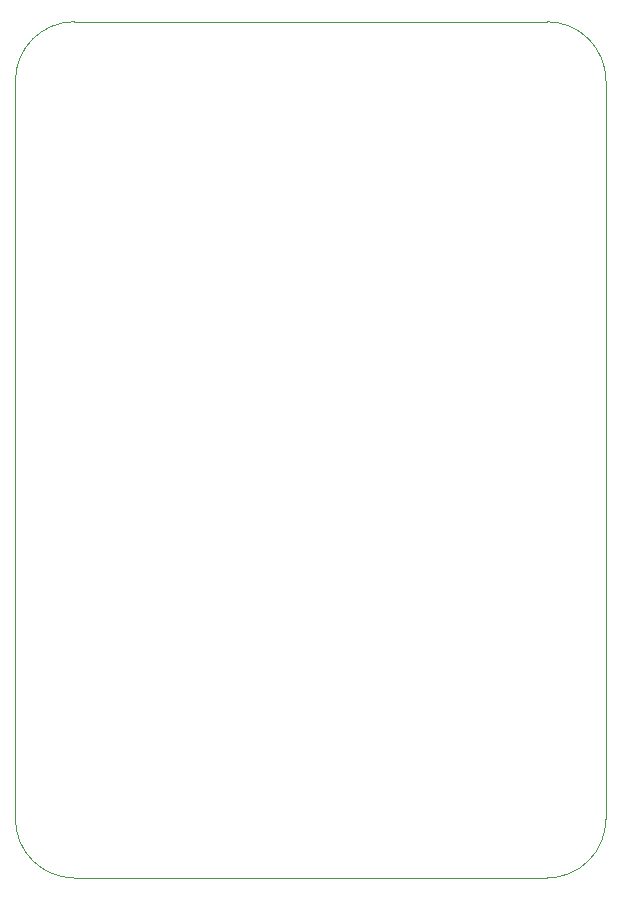
<source format=gm1>
%TF.GenerationSoftware,KiCad,Pcbnew,(7.0.0)*%
%TF.CreationDate,2023-03-15T20:35:50+00:00*%
%TF.ProjectId,porta-jelly,706f7274-612d-46a6-956c-6c792e6b6963,rev?*%
%TF.SameCoordinates,Original*%
%TF.FileFunction,Profile,NP*%
%FSLAX46Y46*%
G04 Gerber Fmt 4.6, Leading zero omitted, Abs format (unit mm)*
G04 Created by KiCad (PCBNEW (7.0.0)) date 2023-03-15 20:35:50*
%MOMM*%
%LPD*%
G01*
G04 APERTURE LIST*
%TA.AperFunction,Profile*%
%ADD10C,0.100000*%
%TD*%
G04 APERTURE END LIST*
D10*
X135000000Y-132500000D02*
X135000000Y-70000000D01*
X135000000Y-70000000D02*
G75*
G03*
X130000000Y-65000000I-5000000J0D01*
G01*
X85000000Y-132500000D02*
G75*
G03*
X90000000Y-137500000I5000000J0D01*
G01*
X85000000Y-70000000D02*
X85000000Y-132500000D01*
X130000000Y-137500000D02*
G75*
G03*
X135000000Y-132500000I0J5000000D01*
G01*
X130000000Y-65000000D02*
X90000000Y-65000000D01*
X90000000Y-137500000D02*
X130000000Y-137500000D01*
X90000000Y-65000000D02*
G75*
G03*
X85000000Y-70000000I0J-5000000D01*
G01*
M02*

</source>
